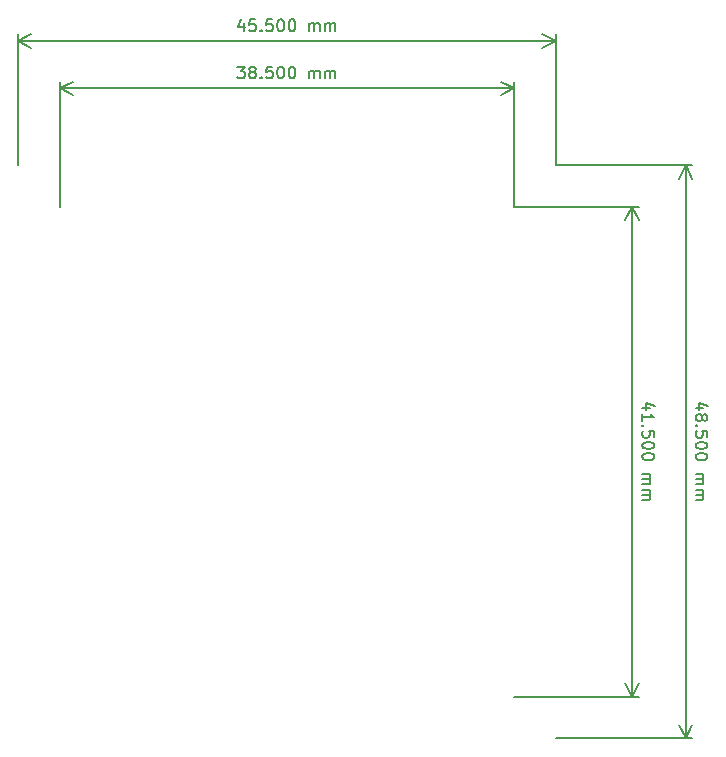
<source format=gbr>
%TF.GenerationSoftware,KiCad,Pcbnew,(5.1.5)-3*%
%TF.CreationDate,2022-05-23T16:29:15+01:00*%
%TF.ProjectId,level_shifter,6c657665-6c5f-4736-9869-667465722e6b,rev?*%
%TF.SameCoordinates,Original*%
%TF.FileFunction,Other,ECO1*%
%FSLAX46Y46*%
G04 Gerber Fmt 4.6, Leading zero omitted, Abs format (unit mm)*
G04 Created by KiCad (PCBNEW (5.1.5)-3) date 2022-05-23 16:29:15*
%MOMM*%
%LPD*%
G04 APERTURE LIST*
%ADD10C,0.150000*%
G04 APERTURE END LIST*
D10*
X163014285Y-81583333D02*
X162347619Y-81583333D01*
X163395238Y-81345238D02*
X162680952Y-81107142D01*
X162680952Y-81726190D01*
X162347619Y-82630952D02*
X162347619Y-82059523D01*
X162347619Y-82345238D02*
X163347619Y-82345238D01*
X163204761Y-82250000D01*
X163109523Y-82154761D01*
X163061904Y-82059523D01*
X162442857Y-83059523D02*
X162395238Y-83107142D01*
X162347619Y-83059523D01*
X162395238Y-83011904D01*
X162442857Y-83059523D01*
X162347619Y-83059523D01*
X163347619Y-84011904D02*
X163347619Y-83535714D01*
X162871428Y-83488095D01*
X162919047Y-83535714D01*
X162966666Y-83630952D01*
X162966666Y-83869047D01*
X162919047Y-83964285D01*
X162871428Y-84011904D01*
X162776190Y-84059523D01*
X162538095Y-84059523D01*
X162442857Y-84011904D01*
X162395238Y-83964285D01*
X162347619Y-83869047D01*
X162347619Y-83630952D01*
X162395238Y-83535714D01*
X162442857Y-83488095D01*
X163347619Y-84678571D02*
X163347619Y-84773809D01*
X163300000Y-84869047D01*
X163252380Y-84916666D01*
X163157142Y-84964285D01*
X162966666Y-85011904D01*
X162728571Y-85011904D01*
X162538095Y-84964285D01*
X162442857Y-84916666D01*
X162395238Y-84869047D01*
X162347619Y-84773809D01*
X162347619Y-84678571D01*
X162395238Y-84583333D01*
X162442857Y-84535714D01*
X162538095Y-84488095D01*
X162728571Y-84440476D01*
X162966666Y-84440476D01*
X163157142Y-84488095D01*
X163252380Y-84535714D01*
X163300000Y-84583333D01*
X163347619Y-84678571D01*
X163347619Y-85630952D02*
X163347619Y-85726190D01*
X163300000Y-85821428D01*
X163252380Y-85869047D01*
X163157142Y-85916666D01*
X162966666Y-85964285D01*
X162728571Y-85964285D01*
X162538095Y-85916666D01*
X162442857Y-85869047D01*
X162395238Y-85821428D01*
X162347619Y-85726190D01*
X162347619Y-85630952D01*
X162395238Y-85535714D01*
X162442857Y-85488095D01*
X162538095Y-85440476D01*
X162728571Y-85392857D01*
X162966666Y-85392857D01*
X163157142Y-85440476D01*
X163252380Y-85488095D01*
X163300000Y-85535714D01*
X163347619Y-85630952D01*
X162347619Y-87154761D02*
X163014285Y-87154761D01*
X162919047Y-87154761D02*
X162966666Y-87202380D01*
X163014285Y-87297619D01*
X163014285Y-87440476D01*
X162966666Y-87535714D01*
X162871428Y-87583333D01*
X162347619Y-87583333D01*
X162871428Y-87583333D02*
X162966666Y-87630952D01*
X163014285Y-87726190D01*
X163014285Y-87869047D01*
X162966666Y-87964285D01*
X162871428Y-88011904D01*
X162347619Y-88011904D01*
X162347619Y-88488095D02*
X163014285Y-88488095D01*
X162919047Y-88488095D02*
X162966666Y-88535714D01*
X163014285Y-88630952D01*
X163014285Y-88773809D01*
X162966666Y-88869047D01*
X162871428Y-88916666D01*
X162347619Y-88916666D01*
X162871428Y-88916666D02*
X162966666Y-88964285D01*
X163014285Y-89059523D01*
X163014285Y-89202380D01*
X162966666Y-89297619D01*
X162871428Y-89345238D01*
X162347619Y-89345238D01*
X161500000Y-64500000D02*
X161500000Y-106000000D01*
X151500000Y-64500000D02*
X162086421Y-64500000D01*
X151500000Y-106000000D02*
X162086421Y-106000000D01*
X161500000Y-106000000D02*
X160913579Y-104873496D01*
X161500000Y-106000000D02*
X162086421Y-104873496D01*
X161500000Y-64500000D02*
X160913579Y-65626504D01*
X161500000Y-64500000D02*
X162086421Y-65626504D01*
X167514285Y-81583333D02*
X166847619Y-81583333D01*
X167895238Y-81345238D02*
X167180952Y-81107142D01*
X167180952Y-81726190D01*
X167419047Y-82250000D02*
X167466666Y-82154761D01*
X167514285Y-82107142D01*
X167609523Y-82059523D01*
X167657142Y-82059523D01*
X167752380Y-82107142D01*
X167800000Y-82154761D01*
X167847619Y-82250000D01*
X167847619Y-82440476D01*
X167800000Y-82535714D01*
X167752380Y-82583333D01*
X167657142Y-82630952D01*
X167609523Y-82630952D01*
X167514285Y-82583333D01*
X167466666Y-82535714D01*
X167419047Y-82440476D01*
X167419047Y-82250000D01*
X167371428Y-82154761D01*
X167323809Y-82107142D01*
X167228571Y-82059523D01*
X167038095Y-82059523D01*
X166942857Y-82107142D01*
X166895238Y-82154761D01*
X166847619Y-82250000D01*
X166847619Y-82440476D01*
X166895238Y-82535714D01*
X166942857Y-82583333D01*
X167038095Y-82630952D01*
X167228571Y-82630952D01*
X167323809Y-82583333D01*
X167371428Y-82535714D01*
X167419047Y-82440476D01*
X166942857Y-83059523D02*
X166895238Y-83107142D01*
X166847619Y-83059523D01*
X166895238Y-83011904D01*
X166942857Y-83059523D01*
X166847619Y-83059523D01*
X167847619Y-84011904D02*
X167847619Y-83535714D01*
X167371428Y-83488095D01*
X167419047Y-83535714D01*
X167466666Y-83630952D01*
X167466666Y-83869047D01*
X167419047Y-83964285D01*
X167371428Y-84011904D01*
X167276190Y-84059523D01*
X167038095Y-84059523D01*
X166942857Y-84011904D01*
X166895238Y-83964285D01*
X166847619Y-83869047D01*
X166847619Y-83630952D01*
X166895238Y-83535714D01*
X166942857Y-83488095D01*
X167847619Y-84678571D02*
X167847619Y-84773809D01*
X167800000Y-84869047D01*
X167752380Y-84916666D01*
X167657142Y-84964285D01*
X167466666Y-85011904D01*
X167228571Y-85011904D01*
X167038095Y-84964285D01*
X166942857Y-84916666D01*
X166895238Y-84869047D01*
X166847619Y-84773809D01*
X166847619Y-84678571D01*
X166895238Y-84583333D01*
X166942857Y-84535714D01*
X167038095Y-84488095D01*
X167228571Y-84440476D01*
X167466666Y-84440476D01*
X167657142Y-84488095D01*
X167752380Y-84535714D01*
X167800000Y-84583333D01*
X167847619Y-84678571D01*
X167847619Y-85630952D02*
X167847619Y-85726190D01*
X167800000Y-85821428D01*
X167752380Y-85869047D01*
X167657142Y-85916666D01*
X167466666Y-85964285D01*
X167228571Y-85964285D01*
X167038095Y-85916666D01*
X166942857Y-85869047D01*
X166895238Y-85821428D01*
X166847619Y-85726190D01*
X166847619Y-85630952D01*
X166895238Y-85535714D01*
X166942857Y-85488095D01*
X167038095Y-85440476D01*
X167228571Y-85392857D01*
X167466666Y-85392857D01*
X167657142Y-85440476D01*
X167752380Y-85488095D01*
X167800000Y-85535714D01*
X167847619Y-85630952D01*
X166847619Y-87154761D02*
X167514285Y-87154761D01*
X167419047Y-87154761D02*
X167466666Y-87202380D01*
X167514285Y-87297619D01*
X167514285Y-87440476D01*
X167466666Y-87535714D01*
X167371428Y-87583333D01*
X166847619Y-87583333D01*
X167371428Y-87583333D02*
X167466666Y-87630952D01*
X167514285Y-87726190D01*
X167514285Y-87869047D01*
X167466666Y-87964285D01*
X167371428Y-88011904D01*
X166847619Y-88011904D01*
X166847619Y-88488095D02*
X167514285Y-88488095D01*
X167419047Y-88488095D02*
X167466666Y-88535714D01*
X167514285Y-88630952D01*
X167514285Y-88773809D01*
X167466666Y-88869047D01*
X167371428Y-88916666D01*
X166847619Y-88916666D01*
X167371428Y-88916666D02*
X167466666Y-88964285D01*
X167514285Y-89059523D01*
X167514285Y-89202380D01*
X167466666Y-89297619D01*
X167371428Y-89345238D01*
X166847619Y-89345238D01*
X166000000Y-61000000D02*
X166000000Y-109500000D01*
X155000000Y-61000000D02*
X166586421Y-61000000D01*
X155000000Y-109500000D02*
X166586421Y-109500000D01*
X166000000Y-109500000D02*
X165413579Y-108373496D01*
X166000000Y-109500000D02*
X166586421Y-108373496D01*
X166000000Y-61000000D02*
X165413579Y-62126504D01*
X166000000Y-61000000D02*
X166586421Y-62126504D01*
X128583333Y-48985714D02*
X128583333Y-49652380D01*
X128345238Y-48604761D02*
X128107142Y-49319047D01*
X128726190Y-49319047D01*
X129583333Y-48652380D02*
X129107142Y-48652380D01*
X129059523Y-49128571D01*
X129107142Y-49080952D01*
X129202380Y-49033333D01*
X129440476Y-49033333D01*
X129535714Y-49080952D01*
X129583333Y-49128571D01*
X129630952Y-49223809D01*
X129630952Y-49461904D01*
X129583333Y-49557142D01*
X129535714Y-49604761D01*
X129440476Y-49652380D01*
X129202380Y-49652380D01*
X129107142Y-49604761D01*
X129059523Y-49557142D01*
X130059523Y-49557142D02*
X130107142Y-49604761D01*
X130059523Y-49652380D01*
X130011904Y-49604761D01*
X130059523Y-49557142D01*
X130059523Y-49652380D01*
X131011904Y-48652380D02*
X130535714Y-48652380D01*
X130488095Y-49128571D01*
X130535714Y-49080952D01*
X130630952Y-49033333D01*
X130869047Y-49033333D01*
X130964285Y-49080952D01*
X131011904Y-49128571D01*
X131059523Y-49223809D01*
X131059523Y-49461904D01*
X131011904Y-49557142D01*
X130964285Y-49604761D01*
X130869047Y-49652380D01*
X130630952Y-49652380D01*
X130535714Y-49604761D01*
X130488095Y-49557142D01*
X131678571Y-48652380D02*
X131773809Y-48652380D01*
X131869047Y-48700000D01*
X131916666Y-48747619D01*
X131964285Y-48842857D01*
X132011904Y-49033333D01*
X132011904Y-49271428D01*
X131964285Y-49461904D01*
X131916666Y-49557142D01*
X131869047Y-49604761D01*
X131773809Y-49652380D01*
X131678571Y-49652380D01*
X131583333Y-49604761D01*
X131535714Y-49557142D01*
X131488095Y-49461904D01*
X131440476Y-49271428D01*
X131440476Y-49033333D01*
X131488095Y-48842857D01*
X131535714Y-48747619D01*
X131583333Y-48700000D01*
X131678571Y-48652380D01*
X132630952Y-48652380D02*
X132726190Y-48652380D01*
X132821428Y-48700000D01*
X132869047Y-48747619D01*
X132916666Y-48842857D01*
X132964285Y-49033333D01*
X132964285Y-49271428D01*
X132916666Y-49461904D01*
X132869047Y-49557142D01*
X132821428Y-49604761D01*
X132726190Y-49652380D01*
X132630952Y-49652380D01*
X132535714Y-49604761D01*
X132488095Y-49557142D01*
X132440476Y-49461904D01*
X132392857Y-49271428D01*
X132392857Y-49033333D01*
X132440476Y-48842857D01*
X132488095Y-48747619D01*
X132535714Y-48700000D01*
X132630952Y-48652380D01*
X134154761Y-49652380D02*
X134154761Y-48985714D01*
X134154761Y-49080952D02*
X134202380Y-49033333D01*
X134297619Y-48985714D01*
X134440476Y-48985714D01*
X134535714Y-49033333D01*
X134583333Y-49128571D01*
X134583333Y-49652380D01*
X134583333Y-49128571D02*
X134630952Y-49033333D01*
X134726190Y-48985714D01*
X134869047Y-48985714D01*
X134964285Y-49033333D01*
X135011904Y-49128571D01*
X135011904Y-49652380D01*
X135488095Y-49652380D02*
X135488095Y-48985714D01*
X135488095Y-49080952D02*
X135535714Y-49033333D01*
X135630952Y-48985714D01*
X135773809Y-48985714D01*
X135869047Y-49033333D01*
X135916666Y-49128571D01*
X135916666Y-49652380D01*
X135916666Y-49128571D02*
X135964285Y-49033333D01*
X136059523Y-48985714D01*
X136202380Y-48985714D01*
X136297619Y-49033333D01*
X136345238Y-49128571D01*
X136345238Y-49652380D01*
X109500000Y-50500000D02*
X155000000Y-50500000D01*
X109500000Y-61000000D02*
X109500000Y-49913579D01*
X155000000Y-61000000D02*
X155000000Y-49913579D01*
X155000000Y-50500000D02*
X153873496Y-51086421D01*
X155000000Y-50500000D02*
X153873496Y-49913579D01*
X109500000Y-50500000D02*
X110626504Y-51086421D01*
X109500000Y-50500000D02*
X110626504Y-49913579D01*
X128059523Y-52652380D02*
X128678571Y-52652380D01*
X128345238Y-53033333D01*
X128488095Y-53033333D01*
X128583333Y-53080952D01*
X128630952Y-53128571D01*
X128678571Y-53223809D01*
X128678571Y-53461904D01*
X128630952Y-53557142D01*
X128583333Y-53604761D01*
X128488095Y-53652380D01*
X128202380Y-53652380D01*
X128107142Y-53604761D01*
X128059523Y-53557142D01*
X129250000Y-53080952D02*
X129154761Y-53033333D01*
X129107142Y-52985714D01*
X129059523Y-52890476D01*
X129059523Y-52842857D01*
X129107142Y-52747619D01*
X129154761Y-52700000D01*
X129250000Y-52652380D01*
X129440476Y-52652380D01*
X129535714Y-52700000D01*
X129583333Y-52747619D01*
X129630952Y-52842857D01*
X129630952Y-52890476D01*
X129583333Y-52985714D01*
X129535714Y-53033333D01*
X129440476Y-53080952D01*
X129250000Y-53080952D01*
X129154761Y-53128571D01*
X129107142Y-53176190D01*
X129059523Y-53271428D01*
X129059523Y-53461904D01*
X129107142Y-53557142D01*
X129154761Y-53604761D01*
X129250000Y-53652380D01*
X129440476Y-53652380D01*
X129535714Y-53604761D01*
X129583333Y-53557142D01*
X129630952Y-53461904D01*
X129630952Y-53271428D01*
X129583333Y-53176190D01*
X129535714Y-53128571D01*
X129440476Y-53080952D01*
X130059523Y-53557142D02*
X130107142Y-53604761D01*
X130059523Y-53652380D01*
X130011904Y-53604761D01*
X130059523Y-53557142D01*
X130059523Y-53652380D01*
X131011904Y-52652380D02*
X130535714Y-52652380D01*
X130488095Y-53128571D01*
X130535714Y-53080952D01*
X130630952Y-53033333D01*
X130869047Y-53033333D01*
X130964285Y-53080952D01*
X131011904Y-53128571D01*
X131059523Y-53223809D01*
X131059523Y-53461904D01*
X131011904Y-53557142D01*
X130964285Y-53604761D01*
X130869047Y-53652380D01*
X130630952Y-53652380D01*
X130535714Y-53604761D01*
X130488095Y-53557142D01*
X131678571Y-52652380D02*
X131773809Y-52652380D01*
X131869047Y-52700000D01*
X131916666Y-52747619D01*
X131964285Y-52842857D01*
X132011904Y-53033333D01*
X132011904Y-53271428D01*
X131964285Y-53461904D01*
X131916666Y-53557142D01*
X131869047Y-53604761D01*
X131773809Y-53652380D01*
X131678571Y-53652380D01*
X131583333Y-53604761D01*
X131535714Y-53557142D01*
X131488095Y-53461904D01*
X131440476Y-53271428D01*
X131440476Y-53033333D01*
X131488095Y-52842857D01*
X131535714Y-52747619D01*
X131583333Y-52700000D01*
X131678571Y-52652380D01*
X132630952Y-52652380D02*
X132726190Y-52652380D01*
X132821428Y-52700000D01*
X132869047Y-52747619D01*
X132916666Y-52842857D01*
X132964285Y-53033333D01*
X132964285Y-53271428D01*
X132916666Y-53461904D01*
X132869047Y-53557142D01*
X132821428Y-53604761D01*
X132726190Y-53652380D01*
X132630952Y-53652380D01*
X132535714Y-53604761D01*
X132488095Y-53557142D01*
X132440476Y-53461904D01*
X132392857Y-53271428D01*
X132392857Y-53033333D01*
X132440476Y-52842857D01*
X132488095Y-52747619D01*
X132535714Y-52700000D01*
X132630952Y-52652380D01*
X134154761Y-53652380D02*
X134154761Y-52985714D01*
X134154761Y-53080952D02*
X134202380Y-53033333D01*
X134297619Y-52985714D01*
X134440476Y-52985714D01*
X134535714Y-53033333D01*
X134583333Y-53128571D01*
X134583333Y-53652380D01*
X134583333Y-53128571D02*
X134630952Y-53033333D01*
X134726190Y-52985714D01*
X134869047Y-52985714D01*
X134964285Y-53033333D01*
X135011904Y-53128571D01*
X135011904Y-53652380D01*
X135488095Y-53652380D02*
X135488095Y-52985714D01*
X135488095Y-53080952D02*
X135535714Y-53033333D01*
X135630952Y-52985714D01*
X135773809Y-52985714D01*
X135869047Y-53033333D01*
X135916666Y-53128571D01*
X135916666Y-53652380D01*
X135916666Y-53128571D02*
X135964285Y-53033333D01*
X136059523Y-52985714D01*
X136202380Y-52985714D01*
X136297619Y-53033333D01*
X136345238Y-53128571D01*
X136345238Y-53652380D01*
X113000000Y-54500000D02*
X151500000Y-54500000D01*
X113000000Y-64500000D02*
X113000000Y-53913579D01*
X151500000Y-64500000D02*
X151500000Y-53913579D01*
X151500000Y-54500000D02*
X150373496Y-55086421D01*
X151500000Y-54500000D02*
X150373496Y-53913579D01*
X113000000Y-54500000D02*
X114126504Y-55086421D01*
X113000000Y-54500000D02*
X114126504Y-53913579D01*
M02*

</source>
